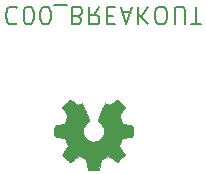
<source format=gbr>
G04 #@! TF.GenerationSoftware,KiCad,Pcbnew,5.1.5-52549c5~86~ubuntu18.04.1*
G04 #@! TF.CreationDate,2020-09-02T18:09:45-05:00*
G04 #@! TF.ProjectId,C00,4330302e-6b69-4636-9164-5f7063625858,rev?*
G04 #@! TF.SameCoordinates,Original*
G04 #@! TF.FileFunction,Legend,Bot*
G04 #@! TF.FilePolarity,Positive*
%FSLAX46Y46*%
G04 Gerber Fmt 4.6, Leading zero omitted, Abs format (unit mm)*
G04 Created by KiCad (PCBNEW 5.1.5-52549c5~86~ubuntu18.04.1) date 2020-09-02 18:09:45*
%MOMM*%
%LPD*%
G04 APERTURE LIST*
%ADD10C,0.150000*%
%ADD11C,0.010000*%
G04 APERTURE END LIST*
D10*
X32272400Y-28496485D02*
X32200971Y-28425057D01*
X31986685Y-28353628D01*
X31843828Y-28353628D01*
X31629542Y-28425057D01*
X31486685Y-28567914D01*
X31415257Y-28710771D01*
X31343828Y-28996485D01*
X31343828Y-29210771D01*
X31415257Y-29496485D01*
X31486685Y-29639342D01*
X31629542Y-29782200D01*
X31843828Y-29853628D01*
X31986685Y-29853628D01*
X32200971Y-29782200D01*
X32272400Y-29710771D01*
X33200971Y-29853628D02*
X33343828Y-29853628D01*
X33486685Y-29782200D01*
X33558114Y-29710771D01*
X33629542Y-29567914D01*
X33700971Y-29282200D01*
X33700971Y-28925057D01*
X33629542Y-28639342D01*
X33558114Y-28496485D01*
X33486685Y-28425057D01*
X33343828Y-28353628D01*
X33200971Y-28353628D01*
X33058114Y-28425057D01*
X32986685Y-28496485D01*
X32915257Y-28639342D01*
X32843828Y-28925057D01*
X32843828Y-29282200D01*
X32915257Y-29567914D01*
X32986685Y-29710771D01*
X33058114Y-29782200D01*
X33200971Y-29853628D01*
X34629542Y-29853628D02*
X34772400Y-29853628D01*
X34915257Y-29782200D01*
X34986685Y-29710771D01*
X35058114Y-29567914D01*
X35129542Y-29282200D01*
X35129542Y-28925057D01*
X35058114Y-28639342D01*
X34986685Y-28496485D01*
X34915257Y-28425057D01*
X34772400Y-28353628D01*
X34629542Y-28353628D01*
X34486685Y-28425057D01*
X34415257Y-28496485D01*
X34343828Y-28639342D01*
X34272400Y-28925057D01*
X34272400Y-29282200D01*
X34343828Y-29567914D01*
X34415257Y-29710771D01*
X34486685Y-29782200D01*
X34629542Y-29853628D01*
X35415257Y-28210771D02*
X36558114Y-28210771D01*
X37415257Y-29139342D02*
X37629542Y-29067914D01*
X37700971Y-28996485D01*
X37772400Y-28853628D01*
X37772400Y-28639342D01*
X37700971Y-28496485D01*
X37629542Y-28425057D01*
X37486685Y-28353628D01*
X36915257Y-28353628D01*
X36915257Y-29853628D01*
X37415257Y-29853628D01*
X37558114Y-29782200D01*
X37629542Y-29710771D01*
X37700971Y-29567914D01*
X37700971Y-29425057D01*
X37629542Y-29282200D01*
X37558114Y-29210771D01*
X37415257Y-29139342D01*
X36915257Y-29139342D01*
X39272400Y-28353628D02*
X38772400Y-29067914D01*
X38415257Y-28353628D02*
X38415257Y-29853628D01*
X38986685Y-29853628D01*
X39129542Y-29782200D01*
X39200971Y-29710771D01*
X39272400Y-29567914D01*
X39272400Y-29353628D01*
X39200971Y-29210771D01*
X39129542Y-29139342D01*
X38986685Y-29067914D01*
X38415257Y-29067914D01*
X39915257Y-29139342D02*
X40415257Y-29139342D01*
X40629542Y-28353628D02*
X39915257Y-28353628D01*
X39915257Y-29853628D01*
X40629542Y-29853628D01*
X41200971Y-28782200D02*
X41915257Y-28782200D01*
X41058114Y-28353628D02*
X41558114Y-29853628D01*
X42058114Y-28353628D01*
X42558114Y-28353628D02*
X42558114Y-29853628D01*
X43415257Y-28353628D02*
X42772400Y-29210771D01*
X43415257Y-29853628D02*
X42558114Y-28996485D01*
X44343828Y-29853628D02*
X44629542Y-29853628D01*
X44772400Y-29782200D01*
X44915257Y-29639342D01*
X44986685Y-29353628D01*
X44986685Y-28853628D01*
X44915257Y-28567914D01*
X44772400Y-28425057D01*
X44629542Y-28353628D01*
X44343828Y-28353628D01*
X44200971Y-28425057D01*
X44058114Y-28567914D01*
X43986685Y-28853628D01*
X43986685Y-29353628D01*
X44058114Y-29639342D01*
X44200971Y-29782200D01*
X44343828Y-29853628D01*
X45629542Y-29853628D02*
X45629542Y-28639342D01*
X45700971Y-28496485D01*
X45772400Y-28425057D01*
X45915257Y-28353628D01*
X46200971Y-28353628D01*
X46343828Y-28425057D01*
X46415257Y-28496485D01*
X46486685Y-28639342D01*
X46486685Y-29853628D01*
X46986685Y-29853628D02*
X47843828Y-29853628D01*
X47415257Y-28353628D02*
X47415257Y-29853628D01*
D11*
G36*
X39316214Y-41723269D02*
G01*
X39400035Y-41278645D01*
X39709320Y-41151147D01*
X40018606Y-41023649D01*
X40389646Y-41275954D01*
X40493557Y-41346204D01*
X40587487Y-41408928D01*
X40667052Y-41461262D01*
X40727870Y-41500343D01*
X40765557Y-41523307D01*
X40775821Y-41528258D01*
X40794310Y-41515524D01*
X40833820Y-41480318D01*
X40889922Y-41427138D01*
X40958187Y-41360482D01*
X41034186Y-41284846D01*
X41113492Y-41204728D01*
X41191675Y-41124626D01*
X41264307Y-41049036D01*
X41326959Y-40982455D01*
X41375203Y-40929382D01*
X41404610Y-40894313D01*
X41411641Y-40882577D01*
X41401523Y-40860940D01*
X41373159Y-40813538D01*
X41329529Y-40745007D01*
X41273618Y-40659985D01*
X41208406Y-40563107D01*
X41170619Y-40507850D01*
X41101743Y-40406952D01*
X41040540Y-40315901D01*
X40989978Y-40239230D01*
X40953028Y-40181472D01*
X40932658Y-40147157D01*
X40929597Y-40139946D01*
X40936536Y-40119452D01*
X40955451Y-40071687D01*
X40983487Y-40003368D01*
X41017791Y-39921211D01*
X41055509Y-39831930D01*
X41093787Y-39742242D01*
X41129770Y-39658862D01*
X41160606Y-39588506D01*
X41183439Y-39537890D01*
X41195417Y-39513729D01*
X41196124Y-39512778D01*
X41214931Y-39508164D01*
X41265018Y-39497872D01*
X41341193Y-39482913D01*
X41438265Y-39464299D01*
X41551043Y-39443041D01*
X41616842Y-39430782D01*
X41737350Y-39407838D01*
X41846197Y-39386005D01*
X41937876Y-39366478D01*
X42006881Y-39350452D01*
X42047704Y-39339121D01*
X42055911Y-39335526D01*
X42063948Y-39311194D01*
X42070433Y-39256241D01*
X42075370Y-39177092D01*
X42078764Y-39080174D01*
X42080618Y-38971913D01*
X42080938Y-38858735D01*
X42079727Y-38747065D01*
X42076990Y-38643332D01*
X42072731Y-38553959D01*
X42066955Y-38485374D01*
X42059667Y-38444003D01*
X42055295Y-38435390D01*
X42029164Y-38425067D01*
X41973793Y-38410308D01*
X41896507Y-38392848D01*
X41804630Y-38374420D01*
X41772558Y-38368459D01*
X41617924Y-38340134D01*
X41495775Y-38317324D01*
X41402073Y-38299120D01*
X41332784Y-38284617D01*
X41283871Y-38272908D01*
X41251297Y-38263085D01*
X41231028Y-38254244D01*
X41219026Y-38245476D01*
X41217347Y-38243743D01*
X41200584Y-38215829D01*
X41175014Y-38161505D01*
X41143188Y-38087423D01*
X41107660Y-38000235D01*
X41070983Y-37906592D01*
X41035711Y-37813148D01*
X41004396Y-37726553D01*
X40979593Y-37653460D01*
X40963854Y-37600522D01*
X40959732Y-37574389D01*
X40960076Y-37573474D01*
X40974041Y-37552114D01*
X41005722Y-37505116D01*
X41051791Y-37437373D01*
X41108918Y-37353777D01*
X41173773Y-37259218D01*
X41192243Y-37232346D01*
X41258099Y-37134925D01*
X41316050Y-37046037D01*
X41362938Y-36970788D01*
X41395607Y-36914280D01*
X41410900Y-36881619D01*
X41411641Y-36877607D01*
X41398792Y-36856516D01*
X41363288Y-36814736D01*
X41309693Y-36756755D01*
X41242571Y-36687065D01*
X41166487Y-36610155D01*
X41086004Y-36530517D01*
X41005687Y-36452639D01*
X40930099Y-36381014D01*
X40863805Y-36320130D01*
X40811369Y-36274479D01*
X40777355Y-36248550D01*
X40767945Y-36244317D01*
X40746043Y-36254288D01*
X40701200Y-36281180D01*
X40640721Y-36320464D01*
X40594189Y-36352083D01*
X40509875Y-36410102D01*
X40410026Y-36478416D01*
X40309873Y-36546621D01*
X40256027Y-36583125D01*
X40073771Y-36706400D01*
X39920781Y-36623680D01*
X39851082Y-36587441D01*
X39791814Y-36559274D01*
X39751711Y-36543209D01*
X39741503Y-36540974D01*
X39729229Y-36557478D01*
X39705013Y-36604118D01*
X39670663Y-36676591D01*
X39627988Y-36770594D01*
X39578794Y-36881826D01*
X39524890Y-37005985D01*
X39468084Y-37138768D01*
X39410182Y-37275873D01*
X39352993Y-37412998D01*
X39298324Y-37545842D01*
X39247984Y-37670102D01*
X39203780Y-37781475D01*
X39167519Y-37875661D01*
X39141009Y-37948356D01*
X39126058Y-37995259D01*
X39123654Y-38011367D01*
X39142711Y-38031914D01*
X39184436Y-38065267D01*
X39240106Y-38104498D01*
X39244778Y-38107601D01*
X39388664Y-38222777D01*
X39504683Y-38357147D01*
X39591830Y-38506416D01*
X39649099Y-38666287D01*
X39675486Y-38832463D01*
X39669985Y-39000648D01*
X39631590Y-39166545D01*
X39559295Y-39325858D01*
X39538026Y-39360713D01*
X39427396Y-39501463D01*
X39296702Y-39614486D01*
X39150464Y-39699197D01*
X38993208Y-39755006D01*
X38829457Y-39781326D01*
X38663733Y-39777570D01*
X38500562Y-39743150D01*
X38344465Y-39677477D01*
X38199967Y-39579965D01*
X38155269Y-39540387D01*
X38041512Y-39416497D01*
X37958618Y-39286076D01*
X37901756Y-39139885D01*
X37870087Y-38995112D01*
X37862269Y-38832340D01*
X37888338Y-38668760D01*
X37945645Y-38509902D01*
X38031544Y-38361294D01*
X38143386Y-38228465D01*
X38278523Y-38116944D01*
X38296283Y-38105189D01*
X38352550Y-38066692D01*
X38395323Y-38033337D01*
X38415772Y-38012040D01*
X38416069Y-38011367D01*
X38411679Y-37988329D01*
X38394276Y-37936043D01*
X38365668Y-37858810D01*
X38327665Y-37760932D01*
X38282074Y-37646709D01*
X38230703Y-37520442D01*
X38175362Y-37386433D01*
X38117858Y-37248982D01*
X38060001Y-37112392D01*
X38003598Y-36980963D01*
X37950458Y-36858995D01*
X37902390Y-36750791D01*
X37861201Y-36660651D01*
X37828701Y-36592877D01*
X37806697Y-36551770D01*
X37797836Y-36540974D01*
X37770760Y-36549381D01*
X37720097Y-36571928D01*
X37654583Y-36604587D01*
X37618559Y-36623680D01*
X37465568Y-36706400D01*
X37283312Y-36583125D01*
X37190275Y-36519972D01*
X37088415Y-36450473D01*
X36992962Y-36385035D01*
X36945150Y-36352083D01*
X36877905Y-36306927D01*
X36820964Y-36271143D01*
X36781754Y-36249262D01*
X36769019Y-36244637D01*
X36750483Y-36257115D01*
X36709459Y-36291948D01*
X36649925Y-36345522D01*
X36575858Y-36414217D01*
X36491235Y-36494419D01*
X36437715Y-36545914D01*
X36344081Y-36637914D01*
X36263159Y-36720201D01*
X36198223Y-36789255D01*
X36152542Y-36841556D01*
X36129389Y-36873584D01*
X36127168Y-36880084D01*
X36137476Y-36904806D01*
X36165961Y-36954795D01*
X36209463Y-37024988D01*
X36264823Y-37110325D01*
X36328880Y-37205744D01*
X36347097Y-37232346D01*
X36413473Y-37329033D01*
X36473022Y-37416083D01*
X36522416Y-37488605D01*
X36558325Y-37541707D01*
X36577419Y-37570497D01*
X36579264Y-37573474D01*
X36576505Y-37596418D01*
X36561862Y-37646864D01*
X36537887Y-37718159D01*
X36507134Y-37803653D01*
X36472156Y-37896693D01*
X36435507Y-37990626D01*
X36399739Y-38078801D01*
X36367406Y-38154566D01*
X36341062Y-38211269D01*
X36323258Y-38242257D01*
X36321993Y-38243743D01*
X36311106Y-38252599D01*
X36292718Y-38261357D01*
X36262794Y-38270923D01*
X36217297Y-38282204D01*
X36152191Y-38296107D01*
X36063439Y-38313537D01*
X35947007Y-38335402D01*
X35798858Y-38362609D01*
X35766782Y-38368459D01*
X35671714Y-38386826D01*
X35588835Y-38404795D01*
X35525470Y-38420631D01*
X35488942Y-38432600D01*
X35484044Y-38435390D01*
X35475973Y-38460128D01*
X35469413Y-38515410D01*
X35464367Y-38594811D01*
X35460841Y-38691904D01*
X35458839Y-38800262D01*
X35458364Y-38913460D01*
X35459423Y-39025072D01*
X35462018Y-39128671D01*
X35466154Y-39217832D01*
X35471837Y-39286128D01*
X35479069Y-39327134D01*
X35483429Y-39335526D01*
X35507702Y-39343992D01*
X35562974Y-39357765D01*
X35643738Y-39375650D01*
X35744488Y-39396452D01*
X35859717Y-39418977D01*
X35922498Y-39430782D01*
X36041613Y-39453049D01*
X36147835Y-39473221D01*
X36235973Y-39490285D01*
X36300834Y-39503231D01*
X36337226Y-39511045D01*
X36343216Y-39512778D01*
X36353339Y-39532310D01*
X36374738Y-39579357D01*
X36404561Y-39647197D01*
X36439955Y-39729109D01*
X36478068Y-39818372D01*
X36516047Y-39908265D01*
X36551040Y-39992065D01*
X36580194Y-40063053D01*
X36600657Y-40114506D01*
X36609577Y-40139703D01*
X36609743Y-40140804D01*
X36599631Y-40160681D01*
X36571283Y-40206423D01*
X36527677Y-40273483D01*
X36471794Y-40357316D01*
X36406613Y-40453374D01*
X36368721Y-40508550D01*
X36299675Y-40609719D01*
X36238350Y-40701570D01*
X36187737Y-40779456D01*
X36150829Y-40838731D01*
X36130618Y-40874749D01*
X36127699Y-40882823D01*
X36140247Y-40901616D01*
X36174937Y-40941743D01*
X36227337Y-40998707D01*
X36293016Y-41068015D01*
X36367544Y-41145169D01*
X36446487Y-41225675D01*
X36525417Y-41305037D01*
X36599900Y-41378760D01*
X36665506Y-41442348D01*
X36717804Y-41491306D01*
X36752361Y-41521139D01*
X36763922Y-41528258D01*
X36782746Y-41518247D01*
X36827769Y-41490122D01*
X36894613Y-41446746D01*
X36978901Y-41390982D01*
X37076256Y-41325694D01*
X37149693Y-41275954D01*
X37520733Y-41023649D01*
X38139305Y-41278645D01*
X38223125Y-41723269D01*
X38306946Y-42167893D01*
X39232394Y-42167893D01*
X39316214Y-41723269D01*
G37*
X39316214Y-41723269D02*
X39400035Y-41278645D01*
X39709320Y-41151147D01*
X40018606Y-41023649D01*
X40389646Y-41275954D01*
X40493557Y-41346204D01*
X40587487Y-41408928D01*
X40667052Y-41461262D01*
X40727870Y-41500343D01*
X40765557Y-41523307D01*
X40775821Y-41528258D01*
X40794310Y-41515524D01*
X40833820Y-41480318D01*
X40889922Y-41427138D01*
X40958187Y-41360482D01*
X41034186Y-41284846D01*
X41113492Y-41204728D01*
X41191675Y-41124626D01*
X41264307Y-41049036D01*
X41326959Y-40982455D01*
X41375203Y-40929382D01*
X41404610Y-40894313D01*
X41411641Y-40882577D01*
X41401523Y-40860940D01*
X41373159Y-40813538D01*
X41329529Y-40745007D01*
X41273618Y-40659985D01*
X41208406Y-40563107D01*
X41170619Y-40507850D01*
X41101743Y-40406952D01*
X41040540Y-40315901D01*
X40989978Y-40239230D01*
X40953028Y-40181472D01*
X40932658Y-40147157D01*
X40929597Y-40139946D01*
X40936536Y-40119452D01*
X40955451Y-40071687D01*
X40983487Y-40003368D01*
X41017791Y-39921211D01*
X41055509Y-39831930D01*
X41093787Y-39742242D01*
X41129770Y-39658862D01*
X41160606Y-39588506D01*
X41183439Y-39537890D01*
X41195417Y-39513729D01*
X41196124Y-39512778D01*
X41214931Y-39508164D01*
X41265018Y-39497872D01*
X41341193Y-39482913D01*
X41438265Y-39464299D01*
X41551043Y-39443041D01*
X41616842Y-39430782D01*
X41737350Y-39407838D01*
X41846197Y-39386005D01*
X41937876Y-39366478D01*
X42006881Y-39350452D01*
X42047704Y-39339121D01*
X42055911Y-39335526D01*
X42063948Y-39311194D01*
X42070433Y-39256241D01*
X42075370Y-39177092D01*
X42078764Y-39080174D01*
X42080618Y-38971913D01*
X42080938Y-38858735D01*
X42079727Y-38747065D01*
X42076990Y-38643332D01*
X42072731Y-38553959D01*
X42066955Y-38485374D01*
X42059667Y-38444003D01*
X42055295Y-38435390D01*
X42029164Y-38425067D01*
X41973793Y-38410308D01*
X41896507Y-38392848D01*
X41804630Y-38374420D01*
X41772558Y-38368459D01*
X41617924Y-38340134D01*
X41495775Y-38317324D01*
X41402073Y-38299120D01*
X41332784Y-38284617D01*
X41283871Y-38272908D01*
X41251297Y-38263085D01*
X41231028Y-38254244D01*
X41219026Y-38245476D01*
X41217347Y-38243743D01*
X41200584Y-38215829D01*
X41175014Y-38161505D01*
X41143188Y-38087423D01*
X41107660Y-38000235D01*
X41070983Y-37906592D01*
X41035711Y-37813148D01*
X41004396Y-37726553D01*
X40979593Y-37653460D01*
X40963854Y-37600522D01*
X40959732Y-37574389D01*
X40960076Y-37573474D01*
X40974041Y-37552114D01*
X41005722Y-37505116D01*
X41051791Y-37437373D01*
X41108918Y-37353777D01*
X41173773Y-37259218D01*
X41192243Y-37232346D01*
X41258099Y-37134925D01*
X41316050Y-37046037D01*
X41362938Y-36970788D01*
X41395607Y-36914280D01*
X41410900Y-36881619D01*
X41411641Y-36877607D01*
X41398792Y-36856516D01*
X41363288Y-36814736D01*
X41309693Y-36756755D01*
X41242571Y-36687065D01*
X41166487Y-36610155D01*
X41086004Y-36530517D01*
X41005687Y-36452639D01*
X40930099Y-36381014D01*
X40863805Y-36320130D01*
X40811369Y-36274479D01*
X40777355Y-36248550D01*
X40767945Y-36244317D01*
X40746043Y-36254288D01*
X40701200Y-36281180D01*
X40640721Y-36320464D01*
X40594189Y-36352083D01*
X40509875Y-36410102D01*
X40410026Y-36478416D01*
X40309873Y-36546621D01*
X40256027Y-36583125D01*
X40073771Y-36706400D01*
X39920781Y-36623680D01*
X39851082Y-36587441D01*
X39791814Y-36559274D01*
X39751711Y-36543209D01*
X39741503Y-36540974D01*
X39729229Y-36557478D01*
X39705013Y-36604118D01*
X39670663Y-36676591D01*
X39627988Y-36770594D01*
X39578794Y-36881826D01*
X39524890Y-37005985D01*
X39468084Y-37138768D01*
X39410182Y-37275873D01*
X39352993Y-37412998D01*
X39298324Y-37545842D01*
X39247984Y-37670102D01*
X39203780Y-37781475D01*
X39167519Y-37875661D01*
X39141009Y-37948356D01*
X39126058Y-37995259D01*
X39123654Y-38011367D01*
X39142711Y-38031914D01*
X39184436Y-38065267D01*
X39240106Y-38104498D01*
X39244778Y-38107601D01*
X39388664Y-38222777D01*
X39504683Y-38357147D01*
X39591830Y-38506416D01*
X39649099Y-38666287D01*
X39675486Y-38832463D01*
X39669985Y-39000648D01*
X39631590Y-39166545D01*
X39559295Y-39325858D01*
X39538026Y-39360713D01*
X39427396Y-39501463D01*
X39296702Y-39614486D01*
X39150464Y-39699197D01*
X38993208Y-39755006D01*
X38829457Y-39781326D01*
X38663733Y-39777570D01*
X38500562Y-39743150D01*
X38344465Y-39677477D01*
X38199967Y-39579965D01*
X38155269Y-39540387D01*
X38041512Y-39416497D01*
X37958618Y-39286076D01*
X37901756Y-39139885D01*
X37870087Y-38995112D01*
X37862269Y-38832340D01*
X37888338Y-38668760D01*
X37945645Y-38509902D01*
X38031544Y-38361294D01*
X38143386Y-38228465D01*
X38278523Y-38116944D01*
X38296283Y-38105189D01*
X38352550Y-38066692D01*
X38395323Y-38033337D01*
X38415772Y-38012040D01*
X38416069Y-38011367D01*
X38411679Y-37988329D01*
X38394276Y-37936043D01*
X38365668Y-37858810D01*
X38327665Y-37760932D01*
X38282074Y-37646709D01*
X38230703Y-37520442D01*
X38175362Y-37386433D01*
X38117858Y-37248982D01*
X38060001Y-37112392D01*
X38003598Y-36980963D01*
X37950458Y-36858995D01*
X37902390Y-36750791D01*
X37861201Y-36660651D01*
X37828701Y-36592877D01*
X37806697Y-36551770D01*
X37797836Y-36540974D01*
X37770760Y-36549381D01*
X37720097Y-36571928D01*
X37654583Y-36604587D01*
X37618559Y-36623680D01*
X37465568Y-36706400D01*
X37283312Y-36583125D01*
X37190275Y-36519972D01*
X37088415Y-36450473D01*
X36992962Y-36385035D01*
X36945150Y-36352083D01*
X36877905Y-36306927D01*
X36820964Y-36271143D01*
X36781754Y-36249262D01*
X36769019Y-36244637D01*
X36750483Y-36257115D01*
X36709459Y-36291948D01*
X36649925Y-36345522D01*
X36575858Y-36414217D01*
X36491235Y-36494419D01*
X36437715Y-36545914D01*
X36344081Y-36637914D01*
X36263159Y-36720201D01*
X36198223Y-36789255D01*
X36152542Y-36841556D01*
X36129389Y-36873584D01*
X36127168Y-36880084D01*
X36137476Y-36904806D01*
X36165961Y-36954795D01*
X36209463Y-37024988D01*
X36264823Y-37110325D01*
X36328880Y-37205744D01*
X36347097Y-37232346D01*
X36413473Y-37329033D01*
X36473022Y-37416083D01*
X36522416Y-37488605D01*
X36558325Y-37541707D01*
X36577419Y-37570497D01*
X36579264Y-37573474D01*
X36576505Y-37596418D01*
X36561862Y-37646864D01*
X36537887Y-37718159D01*
X36507134Y-37803653D01*
X36472156Y-37896693D01*
X36435507Y-37990626D01*
X36399739Y-38078801D01*
X36367406Y-38154566D01*
X36341062Y-38211269D01*
X36323258Y-38242257D01*
X36321993Y-38243743D01*
X36311106Y-38252599D01*
X36292718Y-38261357D01*
X36262794Y-38270923D01*
X36217297Y-38282204D01*
X36152191Y-38296107D01*
X36063439Y-38313537D01*
X35947007Y-38335402D01*
X35798858Y-38362609D01*
X35766782Y-38368459D01*
X35671714Y-38386826D01*
X35588835Y-38404795D01*
X35525470Y-38420631D01*
X35488942Y-38432600D01*
X35484044Y-38435390D01*
X35475973Y-38460128D01*
X35469413Y-38515410D01*
X35464367Y-38594811D01*
X35460841Y-38691904D01*
X35458839Y-38800262D01*
X35458364Y-38913460D01*
X35459423Y-39025072D01*
X35462018Y-39128671D01*
X35466154Y-39217832D01*
X35471837Y-39286128D01*
X35479069Y-39327134D01*
X35483429Y-39335526D01*
X35507702Y-39343992D01*
X35562974Y-39357765D01*
X35643738Y-39375650D01*
X35744488Y-39396452D01*
X35859717Y-39418977D01*
X35922498Y-39430782D01*
X36041613Y-39453049D01*
X36147835Y-39473221D01*
X36235973Y-39490285D01*
X36300834Y-39503231D01*
X36337226Y-39511045D01*
X36343216Y-39512778D01*
X36353339Y-39532310D01*
X36374738Y-39579357D01*
X36404561Y-39647197D01*
X36439955Y-39729109D01*
X36478068Y-39818372D01*
X36516047Y-39908265D01*
X36551040Y-39992065D01*
X36580194Y-40063053D01*
X36600657Y-40114506D01*
X36609577Y-40139703D01*
X36609743Y-40140804D01*
X36599631Y-40160681D01*
X36571283Y-40206423D01*
X36527677Y-40273483D01*
X36471794Y-40357316D01*
X36406613Y-40453374D01*
X36368721Y-40508550D01*
X36299675Y-40609719D01*
X36238350Y-40701570D01*
X36187737Y-40779456D01*
X36150829Y-40838731D01*
X36130618Y-40874749D01*
X36127699Y-40882823D01*
X36140247Y-40901616D01*
X36174937Y-40941743D01*
X36227337Y-40998707D01*
X36293016Y-41068015D01*
X36367544Y-41145169D01*
X36446487Y-41225675D01*
X36525417Y-41305037D01*
X36599900Y-41378760D01*
X36665506Y-41442348D01*
X36717804Y-41491306D01*
X36752361Y-41521139D01*
X36763922Y-41528258D01*
X36782746Y-41518247D01*
X36827769Y-41490122D01*
X36894613Y-41446746D01*
X36978901Y-41390982D01*
X37076256Y-41325694D01*
X37149693Y-41275954D01*
X37520733Y-41023649D01*
X38139305Y-41278645D01*
X38223125Y-41723269D01*
X38306946Y-42167893D01*
X39232394Y-42167893D01*
X39316214Y-41723269D01*
M02*

</source>
